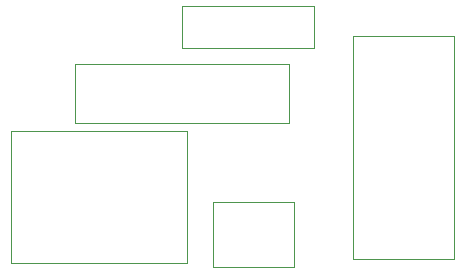
<source format=gbr>
%TF.GenerationSoftware,KiCad,Pcbnew,(6.0.7)*%
%TF.CreationDate,2022-11-20T15:50:49-05:00*%
%TF.ProjectId,CANBurner,43414e42-7572-46e6-9572-2e6b69636164,2.0*%
%TF.SameCoordinates,Original*%
%TF.FileFunction,Other,User*%
%FSLAX46Y46*%
G04 Gerber Fmt 4.6, Leading zero omitted, Abs format (unit mm)*
G04 Created by KiCad (PCBNEW (6.0.7)) date 2022-11-20 15:50:49*
%MOMM*%
%LPD*%
G01*
G04 APERTURE LIST*
%ADD10C,0.050000*%
G04 APERTURE END LIST*
D10*
%TO.C,I\u00B2C*%
X86419469Y-24080407D02*
X75219469Y-24080407D01*
X86419469Y-20530407D02*
X86419469Y-24080407D01*
X75219469Y-24080407D02*
X75219469Y-20530407D01*
X75219469Y-20530407D02*
X86419469Y-20530407D01*
%TO.C,Status*%
X77830000Y-37106814D02*
X77830000Y-42606814D01*
X77830000Y-42606814D02*
X84730000Y-42606814D01*
X84730000Y-42606814D02*
X84730000Y-37106814D01*
X84730000Y-37106814D02*
X77830000Y-37106814D01*
%TO.C,Toolboard*%
X89690000Y-41895000D02*
X98290000Y-41895000D01*
X89690000Y-22995000D02*
X89690000Y-41895000D01*
X98290000Y-41895000D02*
X98290000Y-22995000D01*
X98290000Y-22995000D02*
X89690000Y-22995000D01*
%TO.C,HEF Resistor*%
X84300000Y-30440000D02*
X84300000Y-25440000D01*
X84300000Y-25440000D02*
X66160000Y-25440000D01*
X66160000Y-30440000D02*
X84300000Y-30440000D01*
X66160000Y-25440000D02*
X66160000Y-30440000D01*
%TO.C,J1*%
X75681315Y-42245026D02*
X75681315Y-31045026D01*
X60781315Y-31045026D02*
X60781315Y-42245026D01*
X75681315Y-31045026D02*
X60781315Y-31045026D01*
X60781315Y-42245026D02*
X75681315Y-42245026D01*
%TD*%
M02*

</source>
